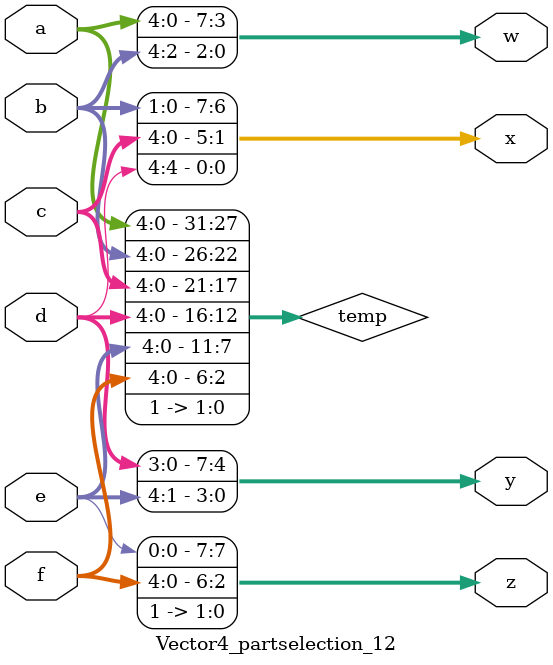
<source format=v>
`timescale 1ns/1ps

module Vector4_partselection_12(
    input [4:0] a, b, c, d, e, f,
    output [7:0] w, x, y, z );//
    wire [31:0] temp ;
    assign temp = {a,b,c,d,e,f,1'b1,1'b1} ;
    assign {w,x,y,z} = temp ;
endmodule
</source>
